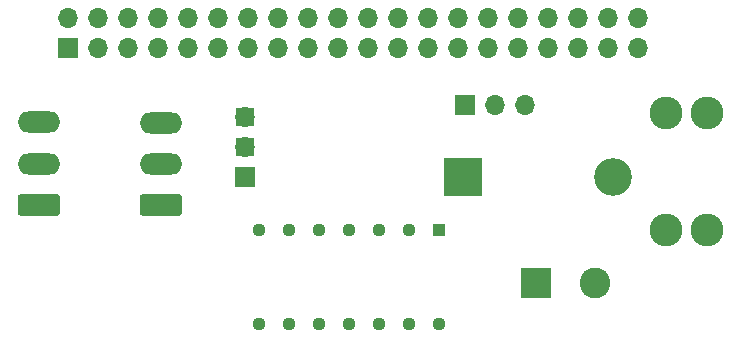
<source format=gbl>
%TF.GenerationSoftware,KiCad,Pcbnew,(6.0.4)*%
%TF.CreationDate,2022-04-01T13:13:12+01:00*%
%TF.ProjectId,Basic_2ch_Hat,42617369-635f-4326-9368-5f4861742e6b,rev?*%
%TF.SameCoordinates,Original*%
%TF.FileFunction,Copper,L2,Bot*%
%TF.FilePolarity,Positive*%
%FSLAX46Y46*%
G04 Gerber Fmt 4.6, Leading zero omitted, Abs format (unit mm)*
G04 Created by KiCad (PCBNEW (6.0.4)) date 2022-04-01 13:13:12*
%MOMM*%
%LPD*%
G01*
G04 APERTURE LIST*
G04 Aperture macros list*
%AMRoundRect*
0 Rectangle with rounded corners*
0 $1 Rounding radius*
0 $2 $3 $4 $5 $6 $7 $8 $9 X,Y pos of 4 corners*
0 Add a 4 corners polygon primitive as box body*
4,1,4,$2,$3,$4,$5,$6,$7,$8,$9,$2,$3,0*
0 Add four circle primitives for the rounded corners*
1,1,$1+$1,$2,$3*
1,1,$1+$1,$4,$5*
1,1,$1+$1,$6,$7*
1,1,$1+$1,$8,$9*
0 Add four rect primitives between the rounded corners*
20,1,$1+$1,$2,$3,$4,$5,0*
20,1,$1+$1,$4,$5,$6,$7,0*
20,1,$1+$1,$6,$7,$8,$9,0*
20,1,$1+$1,$8,$9,$2,$3,0*%
G04 Aperture macros list end*
%TA.AperFunction,ComponentPad*%
%ADD10RoundRect,0.250000X1.550000X-0.650000X1.550000X0.650000X-1.550000X0.650000X-1.550000X-0.650000X0*%
%TD*%
%TA.AperFunction,ComponentPad*%
%ADD11O,3.600000X1.800000*%
%TD*%
%TA.AperFunction,ComponentPad*%
%ADD12R,1.130000X1.130000*%
%TD*%
%TA.AperFunction,ComponentPad*%
%ADD13C,1.130000*%
%TD*%
%TA.AperFunction,ComponentPad*%
%ADD14R,3.200000X3.200000*%
%TD*%
%TA.AperFunction,ComponentPad*%
%ADD15O,3.200000X3.200000*%
%TD*%
%TA.AperFunction,ComponentPad*%
%ADD16R,2.600000X2.600000*%
%TD*%
%TA.AperFunction,ComponentPad*%
%ADD17C,2.600000*%
%TD*%
%TA.AperFunction,ComponentPad*%
%ADD18R,1.700000X1.700000*%
%TD*%
%TA.AperFunction,ComponentPad*%
%ADD19O,1.700000X1.700000*%
%TD*%
%TA.AperFunction,ComponentPad*%
%ADD20C,2.780000*%
%TD*%
%TA.AperFunction,ComponentPad*%
%ADD21R,1.524000X1.524000*%
%TD*%
G04 APERTURE END LIST*
D10*
%TO.P,J2,1,1*%
%TO.N,GND*%
X167156000Y-39624000D03*
D11*
%TO.P,J2,2,2*%
%TO.N,Net-(J2-Pad2)*%
X167156000Y-36124000D03*
%TO.P,J2,3,3*%
%TO.N,VIN1*%
X167156000Y-32624000D03*
%TD*%
D10*
%TO.P,J1,1,1*%
%TO.N,GND*%
X156825700Y-39601300D03*
D11*
%TO.P,J1,2,2*%
%TO.N,Net-(J1-Pad2)*%
X156825700Y-36101300D03*
%TO.P,J1,3,3*%
%TO.N,VIN1*%
X156825700Y-32601300D03*
%TD*%
D12*
%TO.P,IC1,1,1OE*%
%TO.N,GND*%
X190703200Y-41750000D03*
D13*
%TO.P,IC1,2,1A*%
%TO.N,DATA1*%
X188163200Y-41750000D03*
%TO.P,IC1,3,1Y*%
%TO.N,Net-(IC1-Pad3)*%
X185623200Y-41750000D03*
%TO.P,IC1,4,2OE*%
%TO.N,GND*%
X183083200Y-41750000D03*
%TO.P,IC1,5,2A*%
%TO.N,DATA2*%
X180543200Y-41750000D03*
%TO.P,IC1,6,2Y*%
%TO.N,Net-(IC1-Pad6)*%
X178003200Y-41750000D03*
%TO.P,IC1,7,GND*%
%TO.N,GND*%
X175463200Y-41750000D03*
%TO.P,IC1,8,3Y*%
%TO.N,unconnected-(IC1-Pad8)*%
X175463200Y-49690000D03*
%TO.P,IC1,9,3A*%
%TO.N,unconnected-(IC1-Pad9)*%
X178003200Y-49690000D03*
%TO.P,IC1,10,3OE*%
%TO.N,GND*%
X180543200Y-49690000D03*
%TO.P,IC1,11,4Y*%
%TO.N,unconnected-(IC1-Pad11)*%
X183083200Y-49690000D03*
%TO.P,IC1,12,4A*%
%TO.N,unconnected-(IC1-Pad12)*%
X185623200Y-49690000D03*
%TO.P,IC1,13,4OE*%
%TO.N,GND*%
X188163200Y-49690000D03*
%TO.P,IC1,14,VCC*%
%TO.N,+5V*%
X190703200Y-49690000D03*
%TD*%
D14*
%TO.P,D20,1,K*%
%TO.N,VIN1*%
X192735200Y-37185600D03*
D15*
%TO.P,D20,2,A*%
%TO.N,GND*%
X205435200Y-37185600D03*
%TD*%
D16*
%TO.P,J23,1,Pin_1*%
%TO.N,GND*%
X198922000Y-46228200D03*
D17*
%TO.P,J23,2,Pin_2*%
%TO.N,V1*%
X203922000Y-46228200D03*
%TD*%
D18*
%TO.P,JP1,1,A*%
%TO.N,V5*%
X192902600Y-31140400D03*
D19*
%TO.P,JP1,2,C*%
%TO.N,VIN1*%
X195442600Y-31140400D03*
%TO.P,JP1,3,B*%
%TO.N,V12*%
X197982600Y-31140400D03*
%TD*%
D20*
%TO.P,F18,1*%
%TO.N,V1*%
X213356800Y-41739200D03*
X209956800Y-41739200D03*
%TO.P,F18,2*%
%TO.N,VIN1*%
X209956800Y-31819200D03*
X213356800Y-31819200D03*
%TD*%
D21*
%TO.P,U2,1,IN+*%
%TO.N,unconnected-(U2-Pad1)*%
X174294800Y-32156400D03*
%TO.P,U2,2,GND*%
%TO.N,unconnected-(U2-Pad2)*%
X174294800Y-34696400D03*
%TO.P,U2,3,OUT+*%
%TO.N,unconnected-(U2-Pad3)*%
X174294800Y-37236400D03*
%TD*%
D18*
%TO.P,J4,1,Pin_1*%
%TO.N,V12*%
X174294800Y-37221400D03*
D19*
%TO.P,J4,2,Pin_2*%
%TO.N,GND*%
X174294800Y-34681400D03*
%TO.P,J4,3,Pin_3*%
%TO.N,V5*%
X174294800Y-32141400D03*
%TD*%
D18*
%TO.P,J3,1,Pin_1*%
%TO.N,+3V3*%
X159312000Y-26314400D03*
D19*
%TO.P,J3,2,Pin_2*%
%TO.N,V5*%
X159312000Y-23774400D03*
%TO.P,J3,3,Pin_3*%
%TO.N,unconnected-(J3-Pad3)*%
X161852000Y-26314400D03*
%TO.P,J3,4,Pin_4*%
%TO.N,V5*%
X161852000Y-23774400D03*
%TO.P,J3,5,Pin_5*%
%TO.N,unconnected-(J3-Pad5)*%
X164392000Y-26314400D03*
%TO.P,J3,6,Pin_6*%
%TO.N,GND*%
X164392000Y-23774400D03*
%TO.P,J3,7,Pin_7*%
%TO.N,unconnected-(J3-Pad7)*%
X166932000Y-26314400D03*
%TO.P,J3,8,Pin_8*%
%TO.N,unconnected-(J3-Pad8)*%
X166932000Y-23774400D03*
%TO.P,J3,9,Pin_9*%
%TO.N,GND*%
X169472000Y-26314400D03*
%TO.P,J3,10,Pin_10*%
%TO.N,unconnected-(J3-Pad10)*%
X169472000Y-23774400D03*
%TO.P,J3,11,Pin_11*%
%TO.N,unconnected-(J3-Pad11)*%
X172012000Y-26314400D03*
%TO.P,J3,12,Pin_12*%
%TO.N,unconnected-(J3-Pad12)*%
X172012000Y-23774400D03*
%TO.P,J3,13,Pin_13*%
%TO.N,unconnected-(J3-Pad13)*%
X174552000Y-26314400D03*
%TO.P,J3,14,Pin_14*%
%TO.N,GND*%
X174552000Y-23774400D03*
%TO.P,J3,15,Pin_15*%
%TO.N,unconnected-(J3-Pad15)*%
X177092000Y-26314400D03*
%TO.P,J3,16,Pin_16*%
%TO.N,unconnected-(J3-Pad16)*%
X177092000Y-23774400D03*
%TO.P,J3,17,Pin_17*%
%TO.N,+3V3*%
X179632000Y-26314400D03*
%TO.P,J3,18,Pin_18*%
%TO.N,unconnected-(J3-Pad18)*%
X179632000Y-23774400D03*
%TO.P,J3,19,Pin_19*%
%TO.N,unconnected-(J3-Pad19)*%
X182172000Y-26314400D03*
%TO.P,J3,20,Pin_20*%
%TO.N,GND*%
X182172000Y-23774400D03*
%TO.P,J3,21,Pin_21*%
%TO.N,unconnected-(J3-Pad21)*%
X184712000Y-26314400D03*
%TO.P,J3,22,Pin_22*%
%TO.N,unconnected-(J3-Pad22)*%
X184712000Y-23774400D03*
%TO.P,J3,23,Pin_23*%
%TO.N,unconnected-(J3-Pad23)*%
X187252000Y-26314400D03*
%TO.P,J3,24,Pin_24*%
%TO.N,unconnected-(J3-Pad24)*%
X187252000Y-23774400D03*
%TO.P,J3,25,Pin_25*%
%TO.N,GND*%
X189792000Y-26314400D03*
%TO.P,J3,26,Pin_26*%
%TO.N,unconnected-(J3-Pad26)*%
X189792000Y-23774400D03*
%TO.P,J3,27,Pin_27*%
%TO.N,unconnected-(J3-Pad27)*%
X192332000Y-26314400D03*
%TO.P,J3,28,Pin_28*%
%TO.N,unconnected-(J3-Pad28)*%
X192332000Y-23774400D03*
%TO.P,J3,29,Pin_29*%
%TO.N,unconnected-(J3-Pad29)*%
X194872000Y-26314400D03*
%TO.P,J3,30,Pin_30*%
%TO.N,GND*%
X194872000Y-23774400D03*
%TO.P,J3,31,Pin_31*%
%TO.N,unconnected-(J3-Pad31)*%
X197412000Y-26314400D03*
%TO.P,J3,32,Pin_32*%
%TO.N,DATA1*%
X197412000Y-23774400D03*
%TO.P,J3,33,Pin_33*%
%TO.N,DATA2*%
X199952000Y-26314400D03*
%TO.P,J3,34,Pin_34*%
%TO.N,GND*%
X199952000Y-23774400D03*
%TO.P,J3,35,Pin_35*%
%TO.N,unconnected-(J3-Pad35)*%
X202492000Y-26314400D03*
%TO.P,J3,36,Pin_36*%
%TO.N,unconnected-(J3-Pad36)*%
X202492000Y-23774400D03*
%TO.P,J3,37,Pin_37*%
%TO.N,unconnected-(J3-Pad37)*%
X205032000Y-26314400D03*
%TO.P,J3,38,Pin_38*%
%TO.N,unconnected-(J3-Pad38)*%
X205032000Y-23774400D03*
%TO.P,J3,39,Pin_39*%
%TO.N,GND*%
X207572000Y-26314400D03*
%TO.P,J3,40,Pin_40*%
%TO.N,unconnected-(J3-Pad40)*%
X207572000Y-23774400D03*
%TD*%
M02*

</source>
